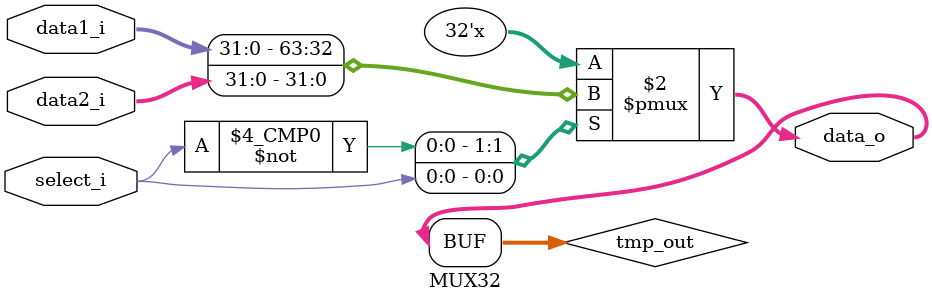
<source format=v>
module MUX32
(
    data1_i,
    data2_i,
    select_i,
    data_o
);

input [31:0] data1_i;
input [31:0] data2_i;
input select_i;
output [31:0] data_o;

reg [31:0] tmp_out;
assign data_o = tmp_out;

always @(data1_i or data2_i or select_i) begin
    case (select_i)
        0: tmp_out = data1_i; // Reg
        1: tmp_out = data2_i; // Imm
        default : tmp_out = 0;
    endcase
end

endmodule

</source>
